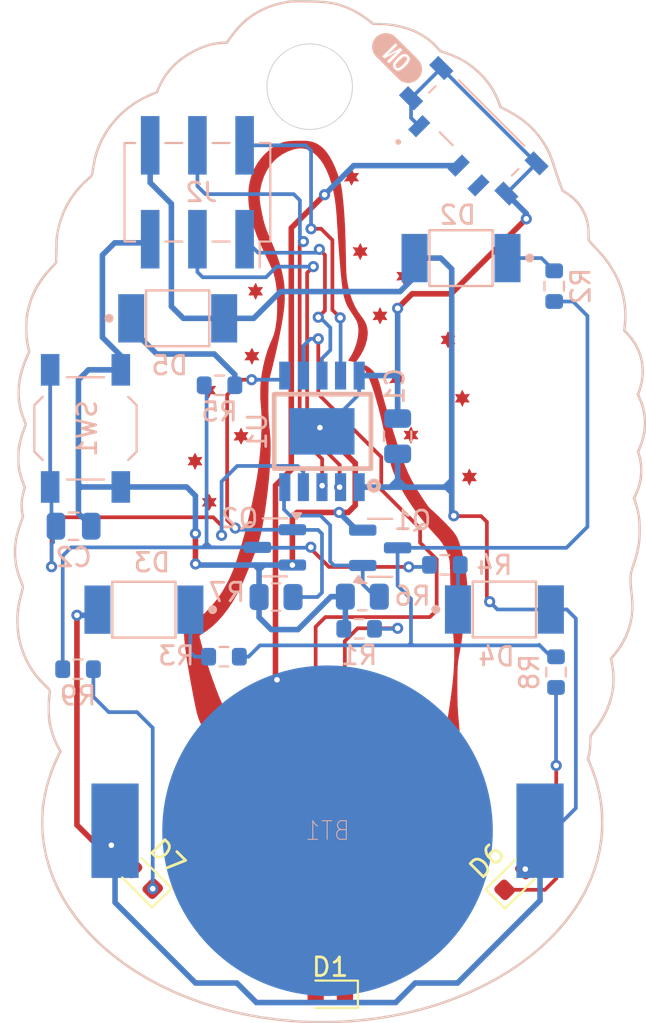
<source format=kicad_pcb>
(kicad_pcb (version 20241229) (generator "pcbnew") (generator_version "9.0")
  (layers (0 "F.Cu" signal) (2 "B.Cu" signal) (13 "F.Paste" user) (15 "B.Paste" user) (5 "F.SilkS" user "F.Silkscreen") (7 "B.SilkS" user "B.Silkscreen") (1 "F.Mask" user) (3 "B.Mask" user) (25 "Edge.Cuts" user))
  (net 0 "")
  (net 1 "GND")
  (net 2 "+3.3V")
  (net 3 "Net-(D2-K)")
  (net 4 "Net-(D3-K)")
  (net 5 "Net-(D4-K)")
  (net 6 "Net-(D5-K)")
  (net 7 "Net-(Q1-D)")
  (net 8 "Net-(Q2-D)")
  (net 9 "/PA1")
  (net 10 "/NRST")
  (net 11 "Net-(D6-K)")
  (net 12 "Net-(D7-K)")
  (net 13 "Net-(BT1--)")
  (net 15 "/PA6")
  (net 16 "/PA7")
  (net 17 "/SWDIO")
  (net 18 "/SWCLK")
  (net 19 "/TX")
  (net 20 "/RX")
  (net 21 "Net-(D1-K)")
  (footprint "LED_SMD:LED_0603_1608Metric" (layer "F.Cu") (at 154.88 101.01 45)
    (property "Reference" "D6")
    (property "Value" "Red")
  )
  (footprint "LED_SMD:LED_0603_1608Metric" (layer "F.Cu") (at 134.84 100.95 135)
    (property "Reference" "D7")
    (property "Value" "Green")
  )
  (footprint "LED_SMD:LED_0603_1608Metric" (layer "F.Cu") (at 144.947725 107.185447 180)
    (property "Reference" "D1")
    (property "Value" "White")
  )
  (footprint "Add_on:VIRGEN DE GUADALUPE" (layer "F.Cu") (at 147.239751 94.715492)
    (property "Reference" "Ref**" (hide yes))
    (property "Value" "Val**" (hide yes))
  )
  (footprint "Resistor_SMD:R_0805_2012Metric" (layer "B.Cu") (at 146.67 85.8 180)
    (property "Reference" "R6")
    (property "Value" "100K")
  )
  (footprint "Add_on:MSK12C02" (layer "B.Cu") (at 152.667107 60.742893 -45)
    (property "Reference" "SW2" (hide yes))
    (property "Value" "On" (hide yes))
  )
  (footprint "Add_on:PY32F002AA15M" (layer "B.Cu") (at 144.500133 76.910004 90)
    (property "Reference" "U1")
    (property "Value" "PY32F002AA15M6TU")
  )
  (footprint "Button_Switch_SMD:SW_SPST_TL3342" (layer "B.Cu") (at 131.78 76.75 90)
    (property "Reference" "SW1")
    (property "Value" "SW_RST")
  )
  (footprint "Package_TO_SOT_SMD:SOT-23" (layer "B.Cu") (at 147.63 83.1725)
    (property "Reference" "Q1")
    (property "Value" "2N7002")
  )
  (footprint "Add_on:LYT77K-K2M1-NoHole" (layer "B.Cu") (at 134.924 86.5 180)
    (property "Reference" "D3")
    (property "Value" "White")
  )
  (footprint "Add_on:LYT77K-K2M1-NoHole" (layer "B.Cu") (at 154.314 86.49)
    (property "Reference" "D4")
    (property "Value" "White")
  )
  (footprint "Capacitor_SMD:C_0805_2012Metric" (layer "B.Cu") (at 131.14 82.01)
    (property "Reference" "C2")
    (property "Value" "0.1uF")
  )
  (footprint "Resistor_SMD:R_0603_1608Metric" (layer "B.Cu") (at 157.09 89.86 -90)
    (property "Reference" "R8")
    (property "Value" "330R")
  )
  (footprint "Resistor_SMD:R_0805_2012Metric" (layer "B.Cu") (at 142.03 85.82 180)
    (property "Reference" "R7")
    (property "Value" "100K")
  )
  (footprint "Add_on:LYT77K-K2M1-NoHole" (layer "B.Cu") (at 151.98 67.59 180)
    (property "Reference" "D2")
    (property "Value" "White")
  )
  (footprint "Add_on:BAT-HLD-001" (layer "B.Cu") (at 144.8 98.39 180)
    (property "Reference" "BT1")
    (property "Value" "Battery_Cell" (hide yes))
  )
  (footprint "Resistor_SMD:R_0603_1608Metric" (layer "B.Cu") (at 156.99 69.1 90)
    (property "Reference" "R2")
    (property "Value" "330R")
  )
  (footprint "Connector_PinHeader_2.54mm:PinHeader_2x03_P2.54mm_Vertical_SMD" (layer "B.Cu") (at 137.8 64.05 90)
    (property "Reference" "J2")
    (property "Value" "Conn_02x03_Odd_Even")
  )
  (footprint "Resistor_SMD:R_0603_1608Metric" (layer "B.Cu") (at 139.23 89.03 180)
    (property "Reference" "R3")
    (property "Value" "330R")
  )
  (footprint "Resistor_SMD:R_0603_1608Metric" (layer "B.Cu") (at 151.11 84.09)
    (property "Reference" "R4")
    (property "Value" "330R")
  )
  (footprint "Resistor_SMD:R_0603_1608Metric" (layer "B.Cu") (at 146.5 87.53)
    (property "Reference" "R1")
    (property "Value" "330R")
  )
  (footprint "kibuzzard-68DB0924" (layer "B.Cu") (at 148.54 56.83 135)
    (property "Reference" "kibuzzard-68DB0924" (hide yes))
    (property "Value" "G***" (hide yes))
  )
  (footprint "Package_TO_SOT_SMD:SOT-23" (layer "B.Cu") (at 141.97 83.15 180)
    (property "Reference" "Q2")
    (property "Value" "2N7002")
  )
  (footprint "Add_on:LYT77K-K2M1-NoHole" (layer "B.Cu") (at 136.74 70.83)
    (property "Reference" "D5")
    (property "Value" "White")
  )
  (footprint "Capacitor_SMD:C_0805_2012Metric" (layer "B.Cu") (at 148.57 77.17 90)
    (property "Reference" "C1")
    (property "Value" "0.1uF")
  )
  (footprint "Resistor_SMD:R_0603_1608Metric" (layer "B.Cu") (at 138.99 74.43)
    (property "Reference" "R5")
    (property "Value" "330R")
  )
  (footprint "Resistor_SMD:R_0603_1608Metric" (layer "B.Cu") (at 131.38 89.7)
    (property "Reference" "R9")
    (property "Value" "330R")
  )
  (gr_curve (pts (xy 132.185992 62.724476) (xy 132.147062 63.026744) (xy 132.119811 63.108124) (xy 132.108132 63.131376)) (stroke (width 0.05)) (layer "Edge.Cuts"))
  (gr_curve (pts (xy 128.74067 72.583086) (xy 128.744563 72.594712) (xy 128.744563 72.606338) (xy 128.748456 72.610213)) (stroke (width 0.05)) (layer "Edge.Cuts"))
  (gr_curve (pts (xy 161.484861 74.90048) (xy 161.53547 74.791973) (xy 161.582186 74.671841) (xy 161.621116 74.543958)) (stroke (width 0.05)) (layer "Edge.Cuts"))
  (gr_curve (pts (xy 161.621116 74.543958) (xy 161.963702 73.404637) (xy 161.660047 72.323445) (xy 160.752973 71.447641)) (stroke (width 0.05)) (layer "Edge.Cuts"))
  (gr_curve (pts (xy 143.246062 53.741669) (xy 142.409063 53.741669) (xy 141.614887 53.970309) (xy 140.886892 54.415961)) (stroke (width 0.05)) (layer "Edge.Cuts"))
  (gr_curve (pts (xy 158.923254 93.397) (xy 158.919361 93.354373) (xy 158.911575 93.280743) (xy 159.133477 93.001726)) (stroke (width 0.05)) (layer "Edge.Cuts"))
  (gr_curve (pts (xy 130.43024 94.094544) (xy 129.795678 95.284242) (xy 129.441413 96.574697) (xy 129.441413 97.923281)) (stroke (width 0.05)) (layer "Edge.Cuts"))
  (gr_curve (pts (xy 160.032764 89.10711) (xy 160.951517 88.161551) (xy 161.348605 86.9331) (xy 161.153954 85.623269)) (stroke (width 0.05)) (layer "Edge.Cuts"))
  (gr_curve (pts (xy 150.868595 56.450462) (xy 150.136707 55.493278) (xy 148.976587 54.973996) (xy 147.528384 54.973996)) (stroke (width 0.05)) (layer "Edge.Cuts"))
  (gr_curve (pts (xy 128.11 87.34) (xy 128.191754 88.71571) (xy 128.799065 89.909284) (xy 129.865752 90.80059)) (stroke (width 0.05)) (layer "Edge.Cuts"))
  (gr_curve (pts (xy 128.57327 76.500954) (xy 128.028247 77.698403) (xy 128.008782 78.841599) (xy 128.518767 79.903415)) (stroke (width 0.05)) (layer "Edge.Cuts"))
  (gr_curve (pts (xy 130.060403 67.9638) (xy 128.767921 69.192251) (xy 128.300758 70.831478) (xy 128.74067 72.583086)) (stroke (width 0.05)) (layer "Edge.Cuts"))
  (gr_curve (pts (xy 158.794784 94.497568) (xy 158.938826 94.086793) (xy 158.954398 93.70702) (xy 158.923254 93.397)) (stroke (width 0.05)) (layer "Edge.Cuts"))
  (gr_line (start 143.467964 53.74942) (end 143.246062 53.741669) (stroke (width 0.05)) (layer "Edge.Cuts"))
  (gr_curve (pts (xy 128.748456 72.610213) (xy 128.744563 72.617963) (xy 128.736777 72.63734) (xy 128.725097 72.660591)) (stroke (width 0.05)) (layer "Edge.Cuts"))
  (gr_line (start 129.865752 90.80059) (end 129.854073 90.936223) (stroke (width 0.05)) (layer "Edge.Cuts"))
  (gr_curve (pts (xy 154.092016 59.442147) (xy 153.67157 57.981182) (xy 152.394659 56.803109) (xy 150.868595 56.450462)) (stroke (width 0.05)) (layer "Edge.Cuts"))
  (gr_line (start 147.528384 54.973996) (end 147.259766 54.977871) (stroke (width 0.05)) (layer "Edge.Cuts"))
  (gr_curve (pts (xy 128.518767 79.903415) (xy 128.378619 80.287063) (xy 128.234577 80.825722) (xy 128.413656 81.449635)) (stroke (width 0.05)) (layer "Edge.Cuts"))
  (gr_curve (pts (xy 129.441413 97.923281) (xy 129.441413 103.860148) (xy 136.188017 108.669321) (xy 144.511294 108.669321)) (stroke (width 0.05)) (layer "Edge.Cuts"))
  (gr_curve (pts (xy 128.725097 72.660591) (xy 128.039926 74.044052) (xy 127.989317 75.330631) (xy 128.57327 76.500954)) (stroke (width 0.05)) (layer "Edge.Cuts"))
  (gr_curve (pts (xy 132.04195 63.197255) (xy 130.714431 64.278447) (xy 130.079868 65.789791) (xy 130.208338 67.56465)) (stroke (width 0.05)) (layer "Edge.Cuts"))
  (gr_curve (pts (xy 128.413656 81.449635) (xy 128.409763 81.484513) (xy 128.386405 81.569768) (xy 128.308544 81.759655)) (stroke (width 0.05)) (layer "Edge.Cuts"))
  (gr_curve (pts (xy 130.208338 67.56465) (xy 130.22391 67.789414) (xy 130.200552 67.828167) (xy 130.060403 67.9638)) (stroke (width 0.05)) (layer "Edge.Cuts"))
  (gr_curve (pts (xy 146.305976 54.307454) (xy 145.391116 53.776547) (xy 144.480149 53.764921) (xy 143.818336 53.75717)) (stroke (width 0.05)) (layer "Edge.Cuts"))
  (gr_curve (pts (xy 128.308544 81.759655) (xy 127.853061 82.875724) (xy 127.86474 83.984042) (xy 128.343581 85.057484)) (stroke (width 0.05)) (layer "Edge.Cuts"))
  (gr_curve (pts (xy 159.133477 93.001726) (xy 160.09116 91.812027) (xy 160.406494 90.444067) (xy 160.032764 89.10711)) (stroke (width 0.05)) (layer "Edge.Cuts"))
  (gr_curve (pts (xy 158.829821 66.491209) (xy 158.938826 65.402267) (xy 158.409375 64.441207) (xy 157.443906 63.949052)) (stroke (width 0.05)) (layer "Edge.Cuts"))
  (gr_curve (pts (xy 147.259766 54.977871) (xy 146.983361 54.737606) (xy 146.668027 54.516717) (xy 146.305976 54.307454)) (stroke (width 0.05)) (layer "Edge.Cuts"))
  (gr_curve (pts (xy 160.752973 71.447641) (xy 161.029377 69.769662) (xy 160.460996 68.20794) (xy 159.102333 66.90586)) (stroke (width 0.05)) (layer "Edge.Cuts"))
  (gr_curve (pts (xy 161.153954 85.623269) (xy 161.068308 85.038108) (xy 161.044949 84.627332) (xy 161.185098 84.26306)) (stroke (width 0.05)) (layer "Edge.Cuts"))
  (gr_circle (center 143.84 58.37) (end 146.14 58.37) (stroke (width 0.05)) (fill no) (layer "Edge.Cuts"))
  (gr_curve (pts (xy 159.581174 97.923281) (xy 159.581174 96.725831) (xy 159.300877 95.574885) (xy 158.794784 94.497568)) (stroke (width 0.05)) (layer "Edge.Cuts"))
  (gr_curve (pts (xy 128.343581 85.057484) (xy 128.421442 85.227994) (xy 128.417549 85.286123) (xy 128.417549 85.286123)) (stroke (width 0.05)) (layer "Edge.Cuts"))
  (gr_line (start 132.108132 63.131376) (end 132.04195 63.197255) (stroke (width 0.05)) (layer "Edge.Cuts"))
  (gr_curve (pts (xy 135.619636 58.643848) (xy 133.762665 59.287138) (xy 132.423466 60.841109) (xy 132.185992 62.724476)) (stroke (width 0.05)) (layer "Edge.Cuts"))
  (gr_curve (pts (xy 157.253148 63.44527) (xy 157.159716 63.20113) (xy 157.074069 62.972491) (xy 157.02346 62.774854)) (stroke (width 0.05)) (layer "Edge.Cuts"))
  (gr_curve (pts (xy 128.417549 85.286123) (xy 128.250149 85.828657) (xy 128.059391 86.553326) (xy 128.11 87.34)) (stroke (width 0.05)) (layer "Edge.Cuts"))
  (gr_curve (pts (xy 143.818336 53.75717) (xy 143.701545 53.75717) (xy 143.584755 53.753295) (xy 143.467964 53.74942)) (stroke (width 0.05)) (layer "Edge.Cuts"))
  (gr_curve (pts (xy 161.49654 77.981296) (xy 162.010418 76.942731) (xy 162.006525 75.880916) (xy 161.484861 74.90048)) (stroke (width 0.05)) (layer "Edge.Cuts"))
  (gr_curve (pts (xy 140.886892 54.415961) (xy 140.147218 54.869364) (xy 139.715093 55.466151) (xy 139.380293 55.977683)) (stroke (width 0.05)) (layer "Edge.Cuts"))
  (gr_curve (pts (xy 157.02346 62.774854) (xy 156.641944 61.248009) (xy 155.633652 60.108689) (xy 154.092016 59.442147)) (stroke (width 0.05)) (layer "Edge.Cuts"))
  (gr_curve (pts (xy 161.278531 80.473075) (xy 161.722335 79.698027) (xy 161.807981 78.814472) (xy 161.49654 77.981296)) (stroke (width 0.05)) (layer "Edge.Cuts"))
  (gr_curve (pts (xy 159.102333 66.90586) (xy 158.814249 66.630718) (xy 158.822035 66.557088) (xy 158.829821 66.491209)) (stroke (width 0.05)) (layer "Edge.Cuts"))
  (gr_curve (pts (xy 139.380293 55.977683) (xy 139.103889 55.977683) (xy 138.671764 55.993184) (xy 138.212387 56.159819)) (stroke (width 0.05)) (layer "Edge.Cuts"))
  (gr_curve (pts (xy 129.854073 90.936223) (xy 129.655529 92.110421) (xy 129.857966 93.187737) (xy 130.43024 94.094544)) (stroke (width 0.05)) (layer "Edge.Cuts"))
  (gr_curve (pts (xy 138.212387 56.159819) (xy 136.908225 56.636474) (xy 136.012831 57.500652) (xy 135.619636 58.643848)) (stroke (width 0.05)) (layer "Edge.Cuts"))
  (gr_line (start 157.443906 63.949052) (end 157.362153 63.732038) (stroke (width 0.05)) (layer "Edge.Cuts"))
  (gr_curve (pts (xy 144.511294 108.669321) (xy 152.83457 108.669321) (xy 159.581174 103.856273) (xy 159.581174 97.923281)) (stroke (width 0.05)) (layer "Edge.Cuts"))
  (gr_curve (pts (xy 161.185098 84.26306) (xy 161.706763 82.926102) (xy 161.734014 81.655023) (xy 161.278531 80.473075)) (stroke (width 0.05)) (layer "Edge.Cuts"))
  (gr_line (start 157.362153 63.732038) (end 157.253148 63.44527) (stroke (width 0.05)) (layer "Edge.Cuts"))
  (segment (start 137.694 82.41) (end 137.694 84.034) (width 0.3) (layer "F.Cu") (net 1))
  (segment (start 151.45 69.51) (end 155.48 65.48) (width 0.3) (layer "F.Cu") (net 1))
  (segment (start 145.91 81.27) (end 145.42 81.27) (width 0.3) (layer "F.Cu") (net 1))
  (segment (start 149.35 69.51) (end 151.45 69.51) (width 0.3) (layer "F.Cu") (net 1))
  (segment (start 155.48 65.48) (end 155.49 65.48) (width 0.3) (layer "F.Cu") (net 1))
  (segment (start 137.694 84.034) (end 137.7 84.04) (width 0.3) (layer "F.Cu") (net 1))
  (segment (start 144.39 76.71) (end 144.39 76.72) (width 0.3) (layer "F.Cu") (net 1))
  (segment (start 143.16 81.27) (end 142.9075 81.5225) (width 0.3) (layer "F.Cu") (net 1))
  (segment (start 144.39 76.72) (end 146.29 78.62) (width 0.3) (layer "F.Cu") (net 1))
  (segment (start 142.9075 81.5225) (end 142.9075 84.1) (width 0.3) (layer "F.Cu") (net 1))
  (segment (start 146.29 80.89) (end 145.91 81.27) (width 0.3) (layer "F.Cu") (net 1))
  (segment (start 148.57 70.29) (end 149.35 69.51) (width 0.3) (layer "F.Cu") (net 1))
  (segment (start 145.42 81.27) (end 143.16 81.27) (width 0.3) (layer "F.Cu") (net 1))
  (segment (start 146.29 78.62) (end 146.29 80.89) (width 0.3) (layer "F.Cu") (net 1))
  (via (at 145.42 81.27) (size 0.6) (drill 0.3) (layers "F.Cu" "B.Cu") (net 1))
  (via (at 137.694 82.41) (size 0.6) (drill 0.3) (layers "F.Cu" "B.Cu") (net 1))
  (via (at 137.7 84.04) (size 0.6) (drill 0.3) (layers "F.Cu" "B.Cu") (net 1))
  (via (at 144.39 76.71) (size 0.6) (drill 0.3) (layers "F.Cu" "B.Cu") (net 1))
  (via (at 142.9075 84.1) (size 0.6) (drill 0.3) (layers "F.Cu" "B.Cu") (net 1))
  (via (at 148.57 70.29) (size 0.6) (drill 0.3) (layers "F.Cu" "B.Cu") (net 1))
  (via (at 155.49 65.48) (size 0.6) (drill 0.3) (layers "F.Cu" "B.Cu") (net 1))
  (segment (start 131.94 73.6) (end 133.68 73.6) (width 0.3) (layer "B.Cu") (net 1))
  (segment (start 131.4 74.14) (end 131.94 73.6) (width 0.3) (layer "B.Cu") (net 1))
  (segment (start 145.7575 85.8) (end 144.98 85.8) (width 0.3) (layer "B.Cu") (net 1))
  (segment (start 145.7575 87.4475) (end 145.675 87.53) (width 0.3) (layer "B.Cu") (net 1))
  (segment (start 149.290672 60.053463) (end 149.732614 60.495405) (width 0.2) (layer "B.Cu") (net 1))
  (segment (start 144.500133 76.909877) (end 146.500129 74.909881) (width 0.2) (layer "B.Cu") (net 1))
  (segment (start 141.27 84.1) (end 140.88 84.1) (width 0.3) (layer "B.Cu") (net 1))
  (segment (start 148.57 76.22) (end 148.57 73.74) (width 0.3) (layer "B.Cu") (net 1))
  (segment (start 155.49 65.192132) (end 154.417196 64.119328) (width 0.3) (layer "B.Cu") (net 1))
  (segment (start 154.417196 64.119328) (end 156.043542 62.492982) (width 0.2) (layer "B.Cu") (net 1))
  (segment (start 145.42 81.27) (end 146.3725 82.2225) (width 0.3) (layer "B.Cu") (net 1))
  (segment (start 141.1175 84.3375) (end 140.88 84.1) (width 0.3) (layer "B.Cu") (net 1))
  (segment (start 132.69 67.43) (end 132.69 71.85) (width 0.3) (layer "B.Cu") (net 1))
  (segment (start 135.26 66.575) (end 135.065 66.77) (width 0.3) (layer "B.Cu") (net 1))
  (segment (start 146.3725 82.2225) (end 146.6925 82.2225) (width 0.3) (layer "B.Cu") (net 1))
  (segment (start 137.22 79.9) (end 133.68 79.9) (width 0.3) (layer "B.Cu") (net 1))
  (segment (start 141.77 87.57) (end 141.1175 86.9175) (width 0.3) (layer "B.Cu") (net 1))
  (segment (start 148.57 74.07) (end 148.57 76.22) (width 0.3) (layer "B.Cu") (net 1))
  (segment (start 132.69 71.85) (end 133.68 72.84) (width 0.3) (layer "B.Cu") (net 1))
  (segment (start 131.4 80.03) (end 131.4 79.31) (width 0.3) (layer "B.Cu") (net 1))
  (segment (start 150.917018 57.366458) (end 149.290672 58.992804) (width 0.2) (layer "B.Cu") (net 1))
  (segment (start 148.57 70.29) (end 148.57 73.74) (width 0.3) (layer "B.Cu") (net 1))
  (segment (start 140.965 84.1) (end 141.1175 84.2525) (width 0.3) (layer "B.Cu") (net 1))
  (segment (start 141.1175 84.2525) (end 141.27 84.1) (width 0.3) (layer "B.Cu") (net 1))
  (segment (start 132.09 82.01) (end 131.4 81.32) (width 0.3) (layer "B.Cu") (net 1))
  (segment (start 144.98 85.8) (end 143.21 87.57) (width 0.3) (layer "B.Cu") (net 1))
  (segment (start 131.54 79.9) (end 131.53 79.9) (width 0.3) (layer "B.Cu") (net 1))
  (segment (start 133.68 72.84) (end 133.68 73.6) (width 0.3) (layer "B.Cu") (net 1))
  (segment (start 143.21 87.57) (end 141.77 87.57) (width 0.3) (layer "B.Cu") (net 1))
  (segment (start 141.1175 85.82) (end 141.1175 84.38) (width 0.3) (layer "B.Cu") (net 1))
  (segment (start 131.4 79.76) (end 131.4 79.31) (width 0.3) (layer "B.Cu") (net 1))
  (segment (start 146.500129 73.909883) (end 148.409883 73.909883) (width 0.3) (layer "B.Cu") (net 1))
  (segment (start 156.043542 62.492982) (end 150.917018 57.366458) (width 0.2) (layer "B.Cu") (net 1))
  (segment (start 133.68 79.9) (end 131.54 79.9) (width 0.3) (layer "B.Cu") (net 1))
  (segment (start 148.409883 73.909883) (end 148.409883 73.900117) (width 0.3) (layer "B.Cu") (net 1))
  (segment (start 141.1175 86.9175) (end 141.1175 85.82) (width 0.3) (layer "B.Cu") (net 1))
  (segment (start 137.694 80.374) (end 137.22 79.9) (width 0.3) (layer "B.Cu") (net 1))
  (segment (start 131.4 79.31) (end 131.4 74.14) (width 0.3) (layer "B.Cu") (net 1))
  (segment (start 133.35 66.77) (end 132.69 67.43) (width 0.3) (layer "B.Cu") (net 1))
  (segment (start 135.065 66.77) (end 133.35 66.77) (width 0.3) (layer "B.Cu") (net 1))
  (segment (start 146.500129 74.909881) (end 146.500129 73.909883) (width 0.2) (layer "B.Cu") (net 1))
  (segment (start 137.694 82.41) (end 137.694 80.374) (width 0.3) (layer "B.Cu") (net 1))
  (segment (start 131.53 79.9) (end 131.4 80.03) (width 0.3) (layer "B.Cu") (net 1))
  (segment (start 155.49 65.48) (end 155.49 65.192132) (width 0.3) (layer "B.Cu") (net 1))
  (segment (start 141.37 84.1) (end 141.27 84.1) (width 0.3) (layer "B.Cu") (net 1))
  (segment (start 131.54 79.9) (end 131.4 79.76) (width 0.3) (layer "B.Cu") (net 1))
  (segment (start 145.7575 85.8) (end 145.7575 87.4475) (width 0.3) (layer "B.Cu") (net 1))
  (segment (start 148.409883 73.909883) (end 148.57 74.07) (width 0.3) (layer "B.Cu") (net 1))
  (segment (start 131.4 81.32) (end 131.4 80.03) (width 0.3) (layer "B.Cu") (net 1))
  (segment (start 140.88 84.1) (end 137.76 84.1) (width 0.3) (layer "B.Cu") (net 1))
  (segment (start 148.409883 73.900117) (end 148.57 73.74) (width 0.3) (layer "B.Cu") (net 1))
  (segment (start 141.1175 84.38) (end 141.1175 84.3525) (width 0.3) (layer "B.Cu") (net 1))
  (segment (start 149.290672 58.992804) (end 149.290672 60.053463) (width 0.2) (layer "B.Cu") (net 1))
  (segment (start 141.1175 84.38) (end 141.1175 84.3375) (width 0.3) (layer "B.Cu") (net 1))
  (segment (start 141.1175 84.3525) (end 141.37 84.1) (width 0.3) (layer "B.Cu") (net 1))
  (segment (start 140.88 84.1) (end 140.965 84.1) (width 0.3) (layer "B.Cu") (net 1))
  (segment (start 137.76 84.1) (end 137.7 84.04) (width 0.3) (layer "B.Cu") (net 1))
  (segment (start 141.1175 84.38) (end 141.1175 84.2525) (width 0.3) (layer "B.Cu") (net 1))
  (segment (start 142.9075 84.1) (end 141.37 84.1) (width 0.3) (layer "B.Cu") (net 1))
  (segment (start 132.41 99.17) (end 131.32 98.08) (width 0.3) (layer "F.Cu") (net 2))
  (segment (start 131.32 98.08) (end 131.32 86.8) (width 0.3) (layer "F.Cu") (net 2))
  (segment (start 133.17 99.17) (end 134.283153 100.283153) (width 0.3) (layer "F.Cu") (net 2))
  (segment (start 151.61 81.47) (end 153.06 81.47) (width 0.2) (layer "F.Cu") (net 2))
  (segment (start 153.37 85.92) (end 153.52 86.07) (width 0.2) (layer "F.Cu") (net 2))
  (segment (start 151.59 81.45) (end 151.61 81.47) (width 0.2) (layer "F.Cu") (net 2))
  (segment (start 134.283153 100.283153) (end 134.283153 100.393153) (width 0.3) (layer "F.Cu") (net 2))
  (segment (start 153.37 81.78) (end 153.37 85.92) (width 0.2) (layer "F.Cu") (net 2))
  (segment (start 133.17 99.17) (end 132.41 99.17) (width 0.3) (layer "F.Cu") (net 2))
  (segment (start 153.06 81.47) (end 153.37 81.78) (width 0.2) (layer "F.Cu") (net 2))
  (via (at 151.59 81.45) (size 0.6) (drill 0.3) (layers "F.Cu" "B.Cu") (net 2))
  (via (at 153.52 86.07) (size 0.6) (drill 0.3) (layers "F.Cu" "B.Cu") (net 2))
  (via (at 155.436847 100.453153) (size 0.6) (drill 0.3) (layers "F.Cu" "B.Cu") (net 2))
  (via (at 133.17 99.17) (size 0.6) (drill 0.3) (layers "F.Cu" "B.Cu") (net 2))
  (via (at 131.32 86.8) (size 0.6) (drill 0.3) (layers "F.Cu" "B.Cu") (net 2))
  (segment (start 148.969871 79.909871) (end 149.18 79.909871) (width 0.3) (layer "B.Cu") (net 2))
  (segment (start 135.26 63.53) (end 135.26 61.525) (width 0.3) (layer "B.Cu") (net 2))
  (segment (start 158.15547 97.17453) (end 156.72 98.61) (width 0.2) (layer "B.Cu") (net 2))
  (segment (start 155.436847 100.453153) (end 155.436847 99.893153) (width 0.3) (layer "B.Cu") (net 2))
  (segment (start 154.42 103.95) (end 156.23 102.14) (width 0.3) (layer "B.Cu") (net 2))
  (segment (start 136.4 70.19) (end 136.4 64.67) (width 0.3) (layer "B.Cu") (net 2))
  (segment (start 156.45 98.61) (end 156.23 98.39) (width 0.2) (layer "B.Cu") (net 2))
  (segment (start 133.37 98.39) (end 133.37 102.25) (width 0.3) (layer "B.Cu") (net 2))
  (segment (start 157.67 86.49) (end 158.15547 86.97547) (width 0.2) (layer "B.Cu") (net 2))
  (segment (start 131.32 86.8) (end 132.124 86.8) (width 0.3) (layer "B.Cu") (net 2))
  (segment (start 156.23 102.14) (end 156.23 98.39) (width 0.3) (layer "B.Cu") (net 2))
  (segment (start 151.59 81.45) (end 151.48 81.34) (width 0.3) (layer "B.Cu") (net 2))
  (segment (start 148.57 79.51) (end 148.795 79.735) (width 0.3) (layer "B.Cu") (net 2))
  (segment (start 148.35 79.73) (end 148.57 79.51) (width 0.3) (layer "B.Cu") (net 2))
  (segment (start 151.48 79.479871) (end 151.48 79.53) (width 0.3) (layer "B.Cu") (net 2))
  (segment (start 148.46328 107.631) (end 149.51428 106.58) (width 0.3) (layer "B.Cu") (net 2))
  (segment (start 139.24 70.83) (end 137.04 70.83) (width 0.3) (layer "B.Cu") (net 2))
  (segment (start 151.179871 79.909871) (end 151.48 80.21) (width 0.3) (layer "B.Cu") (net 2))
  (segment (start 149.48 68.61) (end 148.7 69.39) (width 0.3) (layer "B.Cu") (net 2))
  (segment (start 137.04 70.83) (end 136.4 70.19) (width 0.3) (layer "B.Cu") (net 2))
  (segment (start 156.814 86.49) (end 157.67 86.49) (width 0.2) (layer "B.Cu") (net 2))
  (segment (start 142.27 69.39) (end 148.7 69.39) (width 0.3) (layer "B.Cu") (net 2))
  (segment (start 137.7 106.58) (end 139.921252 106.58) (width 0.3) (layer "B.Cu") (net 2))
  (segment (start 151.48 79.53) (end 151.100129 79.909871) (width 0.3) (layer "B.Cu") (net 2))
  (segment (start 151.05 79.909871) (end 149.18 79.909871) (width 0.3) (layer "B.Cu") (net 2))
  (segment (start 149.48 67.59) (end 150.89 67.59) (width 0.3) (layer "B.Cu") (net 2))
  (segment (start 149.51428 106.58) (end 151.79 106.58) (width 0.3) (layer "B.Cu") (net 2))
  (segment (start 148.795 79.735) (end 148.969871 79.909871) (width 0.3) (layer "B.Cu") (net 2))
  (segment (start 146.500129 79.909871) (end 148.170129 79.909871) (width 0.3) (layer "B.Cu") (net 2))
  (segment (start 132.124 86.8) (end 132.424 86.5) (width 0.3) (layer "B.Cu") (net 2))
  (segment (start 139.921252 106.58) (end 140.972252 107.631) (width 0.3) (layer "B.Cu") (net 2))
  (segment (start 149.48 67.59) (end 149.48 68.61) (width 0.3) (layer "B.Cu") (net 2))
  (segment (start 151.05 79.909871) (end 151.179871 79.909871) (width 0.3) (layer "B.Cu") (net 2))
  (segment (start 140.972252 107.631) (end 148.46328 107.631) (width 0.3) (layer "B.Cu") (net 2))
  (segment (start 148.170129 79.909871) (end 148.35 79.73) (width 0.3) (layer "B.Cu") (net 2))
  (segment (start 156.814 86.49) (end 153.94 86.49) (width 0.2) (layer "B.Cu") (net 2))
  (segment (start 151.100129 79.909871) (end 151.05 79.909871) (width 0.3) (layer "B.Cu") (net 2))
  (segment (start 150.89 67.59) (end 151.48 68.18) (width 0.3) (layer "B.Cu") (net 2))
  (segment (start 153.94 86.49) (end 153.52 86.07) (width 0.2) (layer "B.Cu") (net 2))
  (segment (start 139.24 70.83) (end 140.83 70.83) (width 0.3) (layer "B.Cu") (net 2))
  (segment (start 151.48 81.34) (end 151.48 80.21) (width 0.3) (layer "B.Cu") (net 2))
  (segment (start 136.4 64.67) (end 135.26 63.53) (width 0.3) (layer "B.Cu") (net 2))
  (segment (start 140.83 70.83) (end 142.27 69.39) (width 0.3) (layer "B.Cu") (net 2))
  (segment (start 156.72 98.61) (end 156.45 98.61) (width 0.2) (layer "B.Cu") (net 2))
  (segment (start 148.79 79.73) (end 148.795 79.735) (width 0.3) (layer "B.Cu") (net 2))
  (segment (start 151.79 106.58) (end 154.42 103.95) (width 0.3) (layer "B.Cu") (net 2))
  (segment (start 133.37 102.25) (end 137.7 106.58) (width 0.3) (layer "B.Cu") (net 2))
  (segment (start 151.48 79.479871) (end 151.48 80.21) (width 0.3) (layer "B.Cu") (net 2))
  (segment (start 156.23 99.1) (end 156.23 98.39) (width 0.3) (layer "B.Cu") (net 2))
  (segment (start 151.48 68.18) (end 151.48 79.479871) (width 0.3) (layer "B.Cu") (net 2))
  (segment (start 148.57 79.51) (end 148.57 78.12) (width 0.3) (layer "B.Cu") (net 2))
  (segment (start 148.35 79.73) (end 148.79 79.73) (width 0.3) (layer "B.Cu") (net 2))
  (segment (start 158.15547 86.97547) (end 158.15547 97.17453) (width 0.2) (layer "B.Cu") (net 2))
  (segment (start 149.18 79.909871) (end 146.500129 79.909871) (width 0.3) (layer "B.Cu") (net 2))
  (segment (start 155.436847 99.893153) (end 156.23 99.1) (width 0.3) (layer "B.Cu") (net 2))
  (segment (start 156.305 67.59) (end 156.99 68.275) (width 0.2) (layer "B.Cu") (net 3))
  (segment (start 154.48 67.59) (end 156.305 67.59) (width 0.2) (layer "B.Cu") (net 3))
  (segment (start 137.66 89.03) (end 137.424 88.794) (width 0.2) (layer "B.Cu") (net 4))
  (segment (start 138.405 89.03) (end 137.66 89.03) (width 0.2) (layer "B.Cu") (net 4))
  (segment (start 137.424 88.794) (end 137.424 86.5) (width 0.2) (layer "B.Cu") (net 4))
  (segment (start 151.814 84.211) (end 151.935 84.09) (width 0.2) (layer "B.Cu") (net 5))
  (segment (start 151.814 86.49) (end 151.814 84.211) (width 0.2) (layer "B.Cu") (net 5))
  (segment (start 139.815 73.855) (end 139.815 74.43) (width 0.3) (layer "B.Cu") (net 6))
  (segment (start 135.61 72.75) (end 138.71 72.75) (width 0.3) (layer "B.Cu") (net 6))
  (segment (start 134.45 70.83) (end 134.72 71.1) (width 0.3) (layer "B.Cu") (net 6))
  (segment (start 134.24 70.83) (end 134.45 70.83) (width 0.3) (layer "B.Cu") (net 6))
  (segment (start 134.72 71.1) (end 134.72 71.86) (width 0.3) (layer "B.Cu") (net 6))
  (segment (start 138.71 72.75) (end 139.815 73.855) (width 0.3) (layer "B.Cu") (net 6))
  (segment (start 134.72 71.86) (end 135.61 72.75) (width 0.3) (layer "B.Cu") (net 6))
  (segment (start 156.18 88.39) (end 156.15 88.42) (width 0.2) (layer "B.Cu") (net 7))
  (segment (start 149.286 88.29) (end 149.286 88.306) (width 0.2) (layer "B.Cu") (net 7))
  (segment (start 158.005 69.925) (end 158.78 70.7) (width 0.2) (layer "B.Cu") (net 7))
  (segment (start 157.09 89.035) (end 156.825 89.035) (width 0.2) (layer "B.Cu") (net 7))
  (segment (start 149.286 88.29) (end 149.156 88.42) (width 0.2) (layer "B.Cu") (net 7))
  (segment (start 149.286 88.306) (end 149.4 88.42) (width 0.2) (layer "B.Cu") (net 7))
  (segment (start 156.99 69.925) (end 158.005 69.925) (width 0.2) (layer "B.Cu") (net 7))
  (segment (start 158.78 82.04) (end 157.6475 83.1725) (width 0.2) (layer "B.Cu") (net 7))
  (segment (start 157.6475 83.1725) (end 148.5675 83.1725) (width 0.2) (layer "B.Cu") (net 7))
  (segment (start 148.5675 83.1725) (end 148.5675 85.2025) (width 0.2) (layer "B.Cu") (net 7))
  (segment (start 148.5675 85.2025) (end 149.286 85.921) (width 0.2) (layer "B.Cu") (net 7))
  (segment (start 149.4 88.42) (end 149.156 88.42) (width 0.2) (layer "B.Cu") (net 7))
  (segment (start 156.825 89.035) (end 156.18 88.39) (width 0.2) (layer "B.Cu") (net 7))
  (segment (start 156.15 88.42) (end 149.4 88.42) (width 0.2) (layer "B.Cu") (net 7))
  (segment (start 141.16 88.42) (end 140.55 89.03) (width 0.2) (layer "B.Cu") (net 7))
  (segment (start 140.55 89.03) (end 140.055 89.03) (width 0.2) (layer "B.Cu") (net 7))
  (segment (start 149.156 88.42) (end 141.16 88.42) (width 0.2) (layer "B.Cu") (net 7))
  (segment (start 149.286 85.921) (end 149.286 88.29) (width 0.2) (layer "B.Cu") (net 7))
  (segment (start 158.78 70.7) (end 158.78 82.04) (width 0.2) (layer "B.Cu") (net 7))
  (segment (start 149.1675 84.2) (end 144.88 84.2) (width 0.2) (layer "F.Cu") (net 8))
  (segment (start 143.900133 83.220133) (end 143.900133 83.14) (width 0.2) (layer "F.Cu") (net 8))
  (segment (start 144.88 84.2) (end 143.900133 83.220133) (width 0.2) (layer "F.Cu") (net 8))
  (via (at 149.1675 84.2) (size 0.6) (drill 0.3) (layers "F.Cu" "B.Cu") (net 8))
  (via (at 143.900133 83.14) (size 0.6) (drill 0.3) (layers "F.Cu" "B.Cu") (net 8))
  (segment (start 141.0525 83.17) (end 141.0325 83.15) (width 0.2) (layer "B.Cu") (net 8))
  (segment (start 130.555 83.605) (end 131.01 83.15) (width 0.2) (layer "B.Cu") (net 8))
  (segment (start 131.01 83.15) (end 138.08 83.15) (width 0.2) (layer "B.Cu") (net 8))
  (segment (start 138.294 82.914) (end 138.294 82.936) (width 0.2) (layer "B.Cu") (net 8))
  (segment (start 143.870133 83.17) (end 141.0525 83.17) (width 0.2) (layer "B.Cu") (net 8))
  (segment (start 138.294 82.914) (end 138.53 83.15) (width 0.2) (layer "B.Cu") (net 8))
  (segment (start 138.53 83.15) (end 138.74 83.15) (width 0.2) (layer "B.Cu") (net 8))
  (segment (start 138.294 82.936) (end 138.08 83.15) (width 0.2) (layer "B.Cu") (net 8))
  (segment (start 130.555 89.7) (end 130.555 83.605) (width 0.2) (layer "B.Cu") (net 8))
  (segment (start 149.1675 84.2) (end 150.175 84.2) (width 0.2) (layer "B.Cu") (net 8))
  (segment (start 138.294 74.559) (end 138.294 82.914) (width 0.2) (layer "B.Cu") (net 8))
  (segment (start 138.165 74.43) (end 138.294 74.559) (width 0.2) (layer "B.Cu") (net 8))
  (segment (start 143.900133 83.14) (end 143.870133 83.17) (width 0.2) (layer "B.Cu") (net 8))
  (segment (start 150.175 84.2) (end 150.285 84.09) (width 0.2) (layer "B.Cu") (net 8))
  (segment (start 138.74 83.15) (end 141.0325 83.15) (width 0.2) (layer "B.Cu") (net 8))
  (segment (start 138.08 83.15) (end 138.74 83.15) (width 0.2) (layer "B.Cu") (net 8))
  (segment (start 146.6925 84.1225) (end 146.6925 85.1325) (width 0.2) (layer "B.Cu") (net 9))
  (segment (start 144.42 81.44) (end 142.79 81.44) (width 0.2) (layer "B.Cu") (net 9))
  (segment (start 142.79 81.44) (end 142.46 81.11) (width 0.2) (layer "B.Cu") (net 9))
  (segment (start 144.94 81.96) (end 144.42 81.44) (width 0.2) (layer "B.Cu") (net 9))
  (segment (start 146.6925 84.1225) (end 145.1525 84.1225) (width 0.2) (layer "B.Cu") (net 9))
  (segment (start 144.94 83.91) (end 144.94 81.96) (width 0.2) (layer "B.Cu") (net 9))
  (segment (start 147.36 85.8) (end 147.5825 85.8) (width 0.2) (layer "B.Cu") (net 9))
  (segment (start 142.46 81.11) (end 142.46 79.950008) (width 0.2) (layer "B.Cu") (net 9))
  (segment (start 146.6925 85.1325) (end 147.36 85.8) (width 0.2) (layer "B.Cu") (net 9))
  (segment (start 142.46 79.950008) (end 142.500137 79.909871) (width 0.2) (layer "B.Cu") (net 9))
  (segment (start 145.1525 84.1225) (end 144.94 83.91) (width 0.2) (layer "B.Cu") (net 9))
  (segment (start 138.65 81.53) (end 139.1 81.98) (width 0.2) (layer "F.Cu") (net 10))
  (segment (start 129.955 81.955) (end 130.38 81.53) (width 0.2) (layer "F.Cu") (net 10))
  (segment (start 129.955 84.19) (end 129.955 81.955) (width 0.2) (layer "F.Cu") (net 10))
  (segment (start 139.1 81.98) (end 139.1 82.5) (width 0.2) (layer "F.Cu") (net 10))
  (segment (start 130.38 81.53) (end 138.65 81.53) (width 0.2) (layer "F.Cu") (net 10))
  (via (at 139.1 82.5) (size 0.6) (drill 0.3) (layers "F.Cu" "B.Cu") (net 10))
  (via (at 129.955 84.19) (size 0.6) (drill 0.3) (layers "F.Cu" "B.Cu") (net 10))
  (segment (start 130.04 80.42) (end 130.04 80.06) (width 0.2) (layer "B.Cu") (net 10))
  (segment (start 129.95 81.73) (end 129.95 80.51) (width 0.2) (layer "B.Cu") (net 10))
  (segment (start 129.88 79.9) (end 129.88 73.6) (width 0.2) (layer "B.Cu") (net 10))
  (segment (start 139.1 79.61) (end 139.1 82.5) (width 0.2) (layer "B.Cu") (net 10))
  (segment (start 130.19 82.01) (end 130.19 81.97) (width 0.2) (layer "B.Cu") (net 10))
  (segment (start 130.04 82.88) (end 130.04 82.16) (width 0.2) (layer "B.Cu") (net 10))
  (segment (start 129.955 84.19) (end 129.955 82.965) (width 0.2) (layer "B.Cu") (net 10))
  (segment (start 130.04 82.16) (end 130.19 82.01) (width 0.2) (layer "B.Cu") (net 10))
  (segment (start 129.955 82.965) (end 130.04 82.88) (width 0.2) (layer "B.Cu") (net 10))
  (segment (start 129.95 80.51) (end 130.04 80.42) (width 0.2) (layer "B.Cu") (net 10))
  (segment (start 143.19 78.77) (end 139.94 78.77) (width 0.2) (layer "B.Cu") (net 10))
  (segment (start 130.19 81.97) (end 129.95 81.73) (width 0.2) (layer "B.Cu") (net 10))
  (segment (start 130.04 80.06) (end 129.88 79.9) (width 0.2) (layer "B.Cu") (net 10))
  (segment (start 143.500135 79.909871) (end 143.500135 79.080135) (width 0.2) (layer "B.Cu") (net 10))
  (segment (start 139.94 78.77) (end 139.1 79.61) (width 0.2) (layer "B.Cu") (net 10))
  (segment (start 143.500135 79.080135) (end 143.19 78.77) (width 0.2) (layer "B.Cu") (net 10))
  (segment (start 156.493153 101.566847) (end 157.1 100.96) (width 0.2) (layer "F.Cu") (net 11))
  (segment (start 154.323153 101.566847) (end 156.493153 101.566847) (width 0.2) (layer "F.Cu") (net 11))
  (segment (start 157.1 100.96) (end 157.1 94.88) (width 0.2) (layer "F.Cu") (net 11))
  (via (at 157.1 94.88) (size 0.6) (drill 0.3) (layers "F.Cu" "B.Cu") (net 11))
  (segment (start 157.1 94.74) (end 157.09 94.73) (width 0.2) (layer "B.Cu") (net 11))
  (segment (start 157.1 94.88) (end 157.1 94.74) (width 0.2) (layer "B.Cu") (net 11))
  (segment (start 157.09 94.73) (end 157.09 90.685) (width 0.2) (layer "B.Cu") (net 11))
  (via (at 135.396847 101.506847) (size 0.6) (drill 0.3) (layers "F.Cu" "B.Cu") (net 12))
  (segment (start 135.396847 92.856847) (end 134.55 92.01) (width 0.2) (layer "B.Cu") (net 12))
  (segment (start 135.396847 101.506847) (end 135.396847 92.856847) (width 0.2) (layer "B.Cu") (net 12))
  (segment (start 132.205 91.185) (end 132.205 89.7) (width 0.2) (layer "B.Cu") (net 12))
  (segment (start 134.55 92.01) (end 133.03 92.01) (width 0.2) (layer "B.Cu") (net 12))
  (segment (start 133.03 92.01) (end 132.205 91.185) (width 0.2) (layer "B.Cu") (net 12))
  (segment (start 142 79.82) (end 142 90.19) (width 0.3) (layer "F.Cu") (net 13))
  (segment (start 142.85 65.972552) (end 142.85 78.97) (width 0.3) (layer "F.Cu") (net 13))
  (segment (start 142 90.19) (end 142.08 90.27) (width 0.3) (layer "F.Cu") (net 13))
  (segment (start 144.639944 64.182608) (end 142.85 65.972552) (width 0.3) (layer "F.Cu") (net 13))
  (segment (start 142.85 78.97) (end 142 79.82) (width 0.3) (layer "F.Cu") (net 13))
  (via (at 142.08 90.27) (size 0.6) (drill 0.3) (layers "F.Cu" "B.Cu") (net 13))
  (via (at 144.639944 64.182608) (size 0.6) (drill 0.3) (layers "F.Cu" "B.Cu") (net 13))
  (segment (start 144.81 98.38) (end 144.8 98.39) (width 0.3) (layer "B.Cu") (net 13))
  (segment (start 142.08 90.27) (end 144.81 93) (width 0.3) (layer "B.Cu") (net 13))
  (segment (start 144.81 93) (end 144.81 98.38) (width 0.3) (layer "B.Cu") (net 13))
  (segment (start 146.205826 62.616726) (end 151.853934 62.616726) (width 0.3) (layer "B.Cu") (net 13))
  (segment (start 144.639944 64.182608) (end 146.205826 62.616726) (width 0.3) (layer "B.Cu") (net 13))
  (segment (start 139.4 81.67586) (end 139.4 81.41) (width 0.2) (layer "F.Cu") (net 15))
  (segment (start 139.4 74.94) (end 139.59 74.75) (width 0.2) (layer "F.Cu") (net 15))
  (segment (start 140.208603 74.131397) (end 140.714985 74.131397) (width 0.2) (layer "F.Cu") (net 15))
  (segment (start 139.836335 82.112195) (end 139.4 81.67586) (width 0.2) (layer "F.Cu") (net 15))
  (segment (start 139.59 74.75) (end 140.208603 74.131397) (width 0.2) (layer "F.Cu") (net 15))
  (segment (start 139.4 81.41) (end 139.4 74.94) (width 0.2) (layer "F.Cu") (net 15))
  (via (at 140.714985 74.131397) (size 0.6) (drill 0.3) (layers "F.Cu" "B.Cu") (net 15))
  (via (at 139.836335 82.112195) (size 0.6) (drill 0.3) (layers "F.Cu" "B.Cu") (net 15))
  (segment (start 142.278623 74.131397) (end 142.500137 73.909883) (width 0.2) (layer "B.Cu") (net 15))
  (segment (start 139.92414 82.2) (end 139.836335 82.112195) (width 0.2) (layer "B.Cu") (net 15))
  (segment (start 144.26 85.82) (end 142.9425 85.82) (width 0.2) (layer "B.Cu") (net 15))
  (segment (start 142.9175 82.21) (end 144.290133 82.21) (width 0.2) (layer "B.Cu") (net 15))
  (segment (start 140.714985 74.131397) (end 142.278623 74.131397) (width 0.2) (layer "B.Cu") (net 15))
  (segment (start 142.9075 82.2) (end 139.92414 82.2) (width 0.2) (layer "B.Cu") (net 15))
  (segment (start 142.9075 82.2) (end 142.9175 82.21) (width 0.2) (layer "B.Cu") (net 15))
  (segment (start 144.500133 82.42) (end 144.500133 85.579867) (width 0.2) (layer "B.Cu") (net 15))
  (segment (start 144.500133 85.579867) (end 144.26 85.82) (width 0.2) (layer "B.Cu") (net 15))
  (segment (start 144.290133 82.21) (end 144.500133 82.42) (width 0.2) (layer "B.Cu") (net 15))
  (segment (start 149.78 82.9) (end 149.78 82.13) (width 0.2) (layer "F.Cu") (net 16))
  (segment (start 144.302 74.902) (end 144.302 71.93) (width 0.2) (layer "F.Cu") (net 16))
  (segment (start 150.67 86.53) (end 150.67 83.79) (width 0.2) (layer "F.Cu") (net 16))
  (segment (start 147.69 78.29) (end 144.302 74.902) (width 0.2) (layer "F.Cu") (net 16))
  (segment (start 149.78 82.13) (end 147.69 80.04) (width 0.2) (layer "F.Cu") (net 16))
  (segment (start 144.681 86.899) (end 150.301 86.899) (width 0.2) (layer "F.Cu") (net 16))
  (segment (start 147.69 80.04) (end 147.69 78.29) (width 0.2) (layer "F.Cu") (net 16))
  (segment (start 144.160225 107.185447) (end 144.160225 87.419775) (width 0.2) (layer "F.Cu") (net 16))
  (segment (start 144.160225 87.419775) (end 144.681 86.899) (width 0.2) (layer "F.Cu") (net 16))
  (segment (start 150.67 83.79) (end 149.78 82.9) (width 0.2) (layer "F.Cu") (net 16))
  (segment (start 150.301 86.899) (end 150.67 86.53) (width 0.2) (layer "F.Cu") (net 16))
  (via (at 144.302 71.93) (size 0.6) (drill 0.3) (layers "F.Cu" "B.Cu") (net 16))
  (segment (start 143.88 71.93) (end 143.500135 72.309865) (width 0.2) (layer "B.Cu") (net 16))
  (segment (start 143.500135 72.309865) (end 143.500135 73.909883) (width 0.2) (layer "B.Cu") (net 16))
  (segment (start 144.302 71.93) (end 143.88 71.93) (width 0.2) (layer "B.Cu") (net 16))
  (segment (start 144.659 67.419) (end 144.36 67.12) (width 0.2) (layer "F.Cu") (net 17))
  (segment (start 144.659 70.413) (end 144.659 67.419) (width 0.2) (layer "F.Cu") (net 17))
  (segment (start 144.302 70.77) (end 144.659 70.413) (width 0.2) (layer "F.Cu") (net 17))
  (via (at 144.302 70.77) (size 0.6) (drill 0.3) (layers "F.Cu" "B.Cu") (net 17))
  (via (at 144.36 67.12) (size 0.6) (drill 0.3) (layers "F.Cu" "B.Cu") (net 17))
  (segment (start 144.302 70.77) (end 144.432057 70.639943) (width 0.2) (layer "B.Cu") (net 17))
  (segment (start 144.432057 70.639943) (end 144.432057 70.812057) (width 0.2) (layer "B.Cu") (net 17))
  (segment (start 144.179 67.301) (end 141.066 67.301) (width 0.2) (layer "B.Cu") (net 17))
  (segment (start 144.500133 72.989867) (end 144.500133 73.909883) (width 0.2) (layer "B.Cu") (net 17))
  (segment (start 144.95 71.33) (end 144.95 72.54) (width 0.2) (layer "B.Cu") (net 17))
  (segment (start 141.066 67.301) (end 140.34 66.575) (width 0.2) (layer "B.Cu") (net 17))
  (segment (start 144.95 72.54) (end 144.500133 72.989867) (width 0.2) (layer "B.Cu") (net 17))
  (segment (start 144.432057 70.812057) (end 144.95 71.33) (width 0.2) (layer "B.Cu") (net 17))
  (segment (start 144.36 67.12) (end 144.179 67.301) (width 0.2) (layer "B.Cu") (net 17))
  (segment (start 145.48 70.8) (end 145.06 70.38) (width 0.2) (layer "F.Cu") (net 18))
  (segment (start 144.455106 66.014894) (end 143.913078 66.014894) (width 0.2) (layer "F.Cu") (net 18))
  (segment (start 145.06 70.38) (end 145.06 66.62) (width 0.2) (layer "F.Cu") (net 18))
  (segment (start 145.06 66.62) (end 144.455 66.015) (width 0.2) (layer "F.Cu") (net 18))
  (segment (start 144.455 66.015) (end 144.455106 66.014894) (width 0.2) (layer "F.Cu") (net 18))
  (via (at 145.48 70.8) (size 0.6) (drill 0.3) (layers "F.Cu" "B.Cu") (net 18))
  (via (at 143.913078 66.014894) (size 0.6) (drill 0.3) (layers "F.Cu" "B.Cu") (net 18))
  (segment (start 143.913078 61.813078) (end 143.625 61.525) (width 0.2) (layer "B.Cu") (net 18))
  (segment (start 143.913078 66.014894) (end 143.913078 61.813078) (width 0.2) (layer "B.Cu") (net 18))
  (segment (start 143.625 61.525) (end 140.34 61.525) (width 0.2) (layer "B.Cu") (net 18))
  (segment (start 145.48 70.8) (end 145.500131 70.820131) (width 0.2) (layer "B.Cu") (net 18))
  (segment (start 145.500131 70.820131) (end 145.500131 73.909883) (width 0.2) (layer "B.Cu") (net 18))
  (segment (start 143.5 66.7) (end 143.301 66.899) (width 0.2) (layer "F.Cu") (net 19))
  (segment (start 143.301 77.191) (end 144.51 78.4) (width 0.2) (layer "F.Cu") (net 19))
  (segment (start 143.301 66.899) (end 143.301 77.191) (width 0.2) (layer "F.Cu") (net 19))
  (segment (start 144.51 78.4) (end 144.51 79.83) (width 0.2) (layer "F.Cu") (net 19))
  (via (at 143.5 66.7) (size 0.6) (drill 0.3) (layers "F.Cu" "B.Cu") (net 19))
  (via (at 144.51 79.83) (size 0.6) (drill 0.3) (layers "F.Cu" "B.Cu") (net 19))
  (segment (start 143.5 66.7) (end 143.312078 66.512078) (width 0.2) (layer "B.Cu") (net 19))
  (segment (start 143.312078 66.512078) (end 143.312078 64.482078) (width 0.2) (layer "B.Cu") (net 19))
  (segment (start 142.98 64.15) (end 138.23 64.15) (width 0.2) (layer "B.Cu") (net 19))
  (segment (start 138.23 64.15) (end 137.8 63.72) (width 0.2) (layer "B.Cu") (net 19))
  (segment (start 143.312078 64.482078) (end 142.98 64.15) (width 0.2) (layer "B.Cu") (net 19))
  (segment (start 137.8 63.72) (end 137.8 61.525) (width 0.2) (layer "B.Cu") (net 19))
  (segment (start 144.51 79.900004) (end 144.500133 79.909871) (width 0.2) (layer "B.Cu") (net 19))
  (segment (start 144.51 79.83) (end 144.51 79.900004) (width 0.2) (layer "B.Cu") (net 19))
  (segment (start 143.702 76.962) (end 145.45 78.71) (width 0.2) (layer "F.Cu") (net 20))
  (segment (start 143.702 68.382364) (end 143.702 76.962) (width 0.2) (layer "F.Cu") (net 20))
  (segment (start 145.45 78.71) (end 145.45 79.91) (width 0.2) (layer "F.Cu") (net 20))
  (segment (start 144.034364 68.05) (end 143.702 68.382364) (width 0.2) (layer "F.Cu") (net 20))
  (via (at 145.45 79.91) (size 0.6) (drill 0.3) (layers "F.Cu" "B.Cu") (net 20))
  (via (at 144.034364 68.05) (size 0.6) (drill 0.3) (layers "F.Cu" "B.Cu") (net 20))
  (segment (start 138.08 68.62) (end 137.8 68.34) (width 0.2) (layer "B.Cu") (net 20))
  (segment (start 144.034364 68.05) (end 142.06 68.05) (width 0.2) (layer "B.Cu") (net 20))
  (segment (start 142.06 68.05) (end 141.49 68.62) (width 0.2) (layer "B.Cu") (net 20))
  (segment (start 141.49 68.62) (end 138.08 68.62) (width 0.2) (layer "B.Cu") (net 20))
  (segment (start 137.8 68.34) (end 137.8 66.575) (width 0.2) (layer "B.Cu") (net 20))
  (segment (start 146.42 87.5) (end 145.73 88.19) (width 0.2) (layer "F.Cu") (net 21))
  (segment (start 145.73 88.19) (end 145.73 107.180222) (width 0.2) (layer "F.Cu") (net 21))
  (segment (start 148.57 87.5) (end 146.42 87.5) (width 0.2) (layer "F.Cu") (net 21))
  (segment (start 145.73 107.180222) (end 145.735225 107.185447) (width 0.2) (layer "F.Cu") (net 21))
  (via (at 148.57 87.5) (size 0.6) (drill 0.3) (layers "F.Cu" "B.Cu") (net 21))
  (segment (start 148.54 87.53) (end 148.57 87.5) (width 0.2) (layer "B.Cu") (net 21))
  (segment (start 147.325 87.53) (end 148.54 87.53) (width 0.2) (layer "B.Cu") (net 21))
)
</source>
